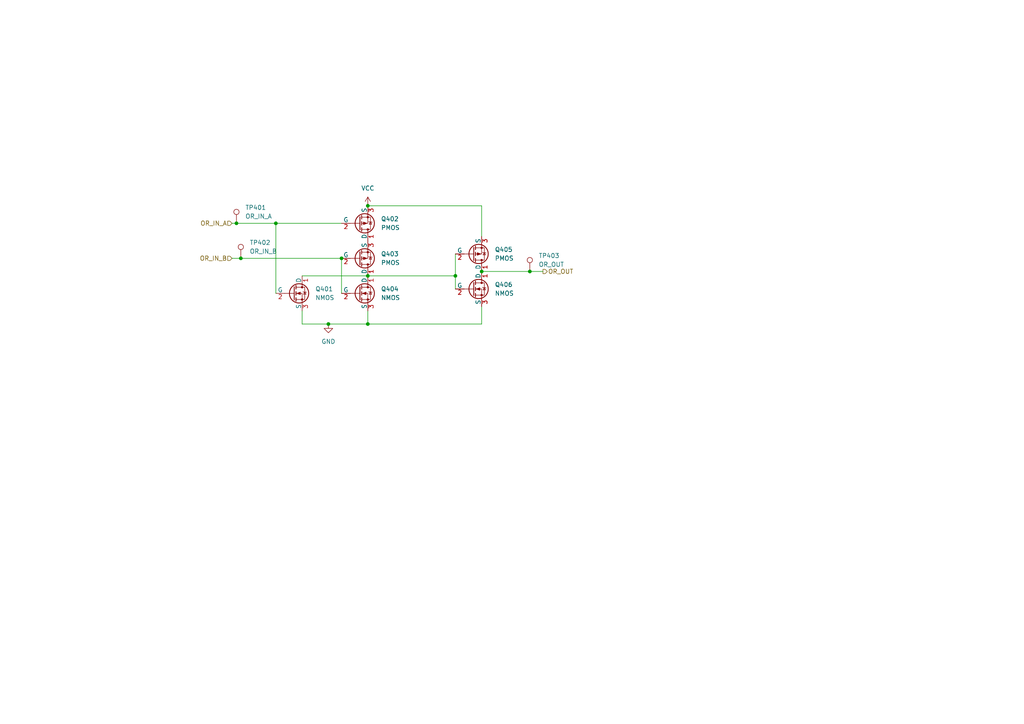
<source format=kicad_sch>
(kicad_sch (version 20250114) (generator "eeschema") (generator_version "9.0")
  (paper "A4")
  (lib_symbols
    (symbol "Connector:TestPoint" (pin_numbers (hide yes)) (pin_names (offset 0.762) (hide yes))
      (property "Reference" "TP" (at 0 6.858 0))
      (property "Value" "TestPoint" (at 0 5.08 0))
      (symbol "TestPoint_0_1"
        (circle (center 0 3.302) (radius 0.762))
      )
      (symbol "TestPoint_1_1"
        (pin passive line (at 0 0 90) (length 2.54) (name "1") (number "1"))
      )
    )
    (symbol "Simulation_SPICE:NMOS" (pin_names (offset 0))
      (property "Reference" "Q" (at 5.08 1.27 0))
      (property "Value" "NMOS" (at 5.08 -1.27 0))
      (symbol "NMOS_0_1"
        (polyline (pts (xy 0.254 1.905) (xy 0.254 -1.905)) (stroke (width 0.254)))
        (polyline (pts (xy 0.254 0) (xy -2.54 0)))
        (polyline (pts (xy 0.762 2.286) (xy 0.762 1.27)) (stroke (width 0.254)))
        (polyline (pts (xy 0.762 0.508) (xy 0.762 -0.508)) (stroke (width 0.254)))
        (polyline (pts (xy 0.762 -1.27) (xy 0.762 -2.286)) (stroke (width 0.254)))
        (polyline (pts (xy 0.762 -1.778) (xy 3.302 -1.778) (xy 3.302 1.778) (xy 0.762 1.778)))
        (polyline (pts (xy 1.016 0) (xy 2.032 0.381) (xy 2.032 -0.381) (xy 1.016 0)) (fill (type outline)))
        (circle (center 1.651 0) (radius 2.794) (stroke (width 0.254)))
        (polyline (pts (xy 2.54 2.54) (xy 2.54 1.778)))
        (circle (center 2.54 1.778) (radius 0.254) (fill (type outline)))
        (circle (center 2.54 -1.778) (radius 0.254) (fill (type outline)))
        (polyline (pts (xy 2.54 -2.54) (xy 2.54 0) (xy 0.762 0)))
        (polyline (pts (xy 2.794 0.508) (xy 2.921 0.381) (xy 3.683 0.381) (xy 3.81 0.254)))
        (polyline (pts (xy 3.302 0.381) (xy 2.921 -0.254) (xy 3.683 -0.254) (xy 3.302 0.381)))
      )
      (symbol "NMOS_1_1"
        (pin input line (at -5.08 0 0) (length 2.54) (name "G") (number "2"))
        (pin passive line (at 2.54 5.08 270) (length 2.54) (name "D") (number "1"))
        (pin passive line (at 2.54 -5.08 90) (length 2.54) (name "S") (number "3"))
      )
    )
    (symbol "Simulation_SPICE:PMOS" (pin_names (offset 0))
      (property "Reference" "Q" (at 5.08 1.27 0))
      (property "Value" "PMOS" (at 5.08 -1.27 0))
      (symbol "PMOS_0_1"
        (polyline (pts (xy 0.254 1.905) (xy 0.254 -1.905)) (stroke (width 0.254)))
        (polyline (pts (xy 0.254 0) (xy -2.54 0)))
        (polyline (pts (xy 0.762 2.286) (xy 0.762 1.27)) (stroke (width 0.254)))
        (polyline (pts (xy 0.762 1.778) (xy 3.302 1.778) (xy 3.302 -1.778) (xy 0.762 -1.778)))
        (polyline (pts (xy 0.762 0.508) (xy 0.762 -0.508)) (stroke (width 0.254)))
        (polyline (pts (xy 0.762 -1.27) (xy 0.762 -2.286)) (stroke (width 0.254)))
        (circle (center 1.651 0) (radius 2.794) (stroke (width 0.254)))
        (polyline (pts (xy 2.286 0) (xy 1.27 0.381) (xy 1.27 -0.381) (xy 2.286 0)) (fill (type outline)))
        (polyline (pts (xy 2.54 2.54) (xy 2.54 1.778)))
        (circle (center 2.54 1.778) (radius 0.254) (fill (type outline)))
        (circle (center 2.54 -1.778) (radius 0.254) (fill (type outline)))
        (polyline (pts (xy 2.54 -2.54) (xy 2.54 0) (xy 0.762 0)))
        (polyline (pts (xy 2.794 -0.508) (xy 2.921 -0.381) (xy 3.683 -0.381) (xy 3.81 -0.254)))
        (polyline (pts (xy 3.302 -0.381) (xy 2.921 0.254) (xy 3.683 0.254) (xy 3.302 -0.381)))
      )
      (symbol "PMOS_1_1"
        (pin input line (at -5.08 0 0) (length 2.54) (name "G") (number "2"))
        (pin passive line (at 2.54 5.08 270) (length 2.54) (name "D") (number "1"))
        (pin passive line (at 2.54 -5.08 90) (length 2.54) (name "S") (number "3"))
      )
    )
    (symbol "power:GND" (power) (pin_numbers (hide yes)) (pin_names (offset 0) (hide yes))
      (property "Value" "GND" (at 0 -3.81 0))
      (symbol "GND_0_1"
        (polyline (pts (xy 0 0) (xy 0 -1.27) (xy 1.27 -1.27) (xy 0 -2.54) (xy -1.27 -1.27) (xy 0 -1.27)))
      )
      (symbol "GND_1_1"
        (pin power_in line (at 0 0 270) (length 0) (name "~") (number "1"))
      )
    )
    (symbol "power:VCC" (power) (pin_numbers (hide yes)) (pin_names (offset 0) (hide yes))
      (property "Value" "VCC" (at 0 3.556 0))
      (symbol "VCC_0_1"
        (polyline (pts (xy -0.762 1.27) (xy 0 2.54)))
        (polyline (pts (xy 0 2.54) (xy 0.762 1.27)))
        (polyline (pts (xy 0 0) (xy 0 2.54)))
      )
      (symbol "VCC_1_1"
        (pin power_in line (at 0 0 90) (length 0) (name "~") (number "1"))
      )
    )
  )
  (junction (at 99.06 74.93))
  (junction (at 80.01 64.77))
  (junction (at 68.58 64.77))
  (junction (at 153.67 78.74))
  (junction (at 69.85 74.93))
  (junction (at 139.7 78.74))
  (junction (at 106.68 80.01))
  (junction (at 106.68 93.98))
  (junction (at 132.08 80.01))
  (junction (at 106.68 59.69))
  (junction (at 95.25 93.98))
  (wire (pts (xy 132.08 73.66) (xy 132.08 80.01)))
  (wire (pts (xy 87.63 90.17) (xy 87.63 93.98)))
  (wire (pts (xy 95.25 93.98) (xy 106.68 93.98)))
  (wire (pts (xy 139.7 68.58) (xy 139.7 59.69)))
  (wire (pts (xy 67.31 64.77) (xy 68.58 64.77)))
  (wire (pts (xy 106.68 93.98) (xy 106.68 90.17)))
  (wire (pts (xy 68.58 64.77) (xy 80.01 64.77)))
  (wire (pts (xy 99.06 74.93) (xy 99.06 85.09)))
  (wire (pts (xy 153.67 78.74) (xy 157.48 78.74)))
  (wire (pts (xy 106.68 80.01) (xy 132.08 80.01)))
  (wire (pts (xy 69.85 74.93) (xy 99.06 74.93)))
  (wire (pts (xy 106.68 93.98) (xy 139.7 93.98)))
  (wire (pts (xy 139.7 88.9) (xy 139.7 93.98)))
  (wire (pts (xy 87.63 93.98) (xy 95.25 93.98)))
  (wire (pts (xy 80.01 64.77) (xy 80.01 85.09)))
  (wire (pts (xy 87.63 80.01) (xy 106.68 80.01)))
  (wire (pts (xy 139.7 78.74) (xy 153.67 78.74)))
  (wire (pts (xy 132.08 80.01) (xy 132.08 83.82)))
  (wire (pts (xy 67.31 74.93) (xy 69.85 74.93)))
  (wire (pts (xy 139.7 59.69) (xy 106.68 59.69)))
  (wire (pts (xy 99.06 64.77) (xy 80.01 64.77)))
  (hierarchical_label "OR_IN_B" (shape input) (at 67.31 74.93 180))
  (hierarchical_label "OR_IN_A" (shape input) (at 67.31 64.77 180))
  (hierarchical_label "OR_OUT" (shape output) (at 157.48 78.74 0))
  (symbol (lib_id "Connector:TestPoint") (at 69.85 74.93 0) (unit 1) (exclude_from_sim yes)
    (property "Reference" "TP402" (at 72.39 70.3579 0) (effects (justify left)))
    (property "Value" "OR_IN_B" (at 72.39 72.8979 0) (effects (justify left)))
    (property "Footprint" "TestPoint:TestPoint_Pad_D2.0mm" (effects (hide yes)))
    (property "Description" "test point" (effects (hide yes)))
    (instances (project "8-bit-or" (path "" (reference "TP402") (unit 1)) (path "" (reference "TP402") (unit 1)) (path "" (reference "TP402") (unit 1)) (path "" (reference "TP402") (unit 1)) (path "" (reference "TP402") (unit 1)) (path "" (reference "TP402") (unit 1)) (path "" (reference "TP402") (unit 1)) (path "" (reference "TP402") (unit 1))) (project "8-bit-full-adder" (path "" (reference "TP?") (unit 1)) (path "" (reference "TP?") (unit 1)) (path "" (reference "TP?") (unit 1)) (path "" (reference "TP?") (unit 1)) (path "" (reference "TP?") (unit 1)) (path "" (reference "TP?") (unit 1)) (path "" (reference "TP?") (unit 1)) (path "" (reference "TP?") (unit 1))) (project "8-bit-or" (path "" (reference "TP402") (unit 1)) (path "" (reference "TP302") (unit 1)) (path "" (reference "TP502") (unit 1)) (path "" (reference "TP602") (unit 1)) (path "" (reference "TP702") (unit 1)) (path "" (reference "TP902") (unit 1)) (path "" (reference "TP802") (unit 1))))
  )
  (symbol (lib_id "power:VCC") (at 106.68 59.69 0) (unit 1)
    (property "Reference" "#PWR0402" (effects (hide yes)))
    (property "Value" "VCC" (at 106.68 54.61 0))
    (property "Description" "Power symbol creates a global label with name \"VCC\"" (effects (hide yes)))
    (instances (project "8-bit-or" (path "" (reference "#PWR0402") (unit 1)) (path "" (reference "#PWR0402") (unit 1)) (path "" (reference "#PWR0402") (unit 1)) (path "" (reference "#PWR0402") (unit 1)) (path "" (reference "#PWR0402") (unit 1)) (path "" (reference "#PWR0402") (unit 1)) (path "" (reference "#PWR0402") (unit 1)) (path "" (reference "#PWR0402") (unit 1))) (project "8-bit-full-adder" (path "" (reference "#PWR?") (unit 1)) (path "" (reference "#PWR?") (unit 1)) (path "" (reference "#PWR?") (unit 1)) (path "" (reference "#PWR?") (unit 1)) (path "" (reference "#PWR?") (unit 1)) (path "" (reference "#PWR?") (unit 1)) (path "" (reference "#PWR?") (unit 1)) (path "" (reference "#PWR?") (unit 1))) (project "8-bit-or" (path "" (reference "#PWR0402") (unit 1)) (path "" (reference "#PWR0302") (unit 1)) (path "" (reference "#PWR0502") (unit 1)) (path "" (reference "#PWR0602") (unit 1)) (path "" (reference "#PWR0702") (unit 1)) (path "" (reference "#PWR0902") (unit 1)) (path "" (reference "#PWR0802") (unit 1))))
  )
  (symbol (lib_id "Simulation_SPICE:PMOS") (at 104.14 74.93 0) (mirror x) (unit 1)
    (property "Reference" "Q403" (at 110.49 73.6599 0) (effects (justify left)))
    (property "Value" "PMOS" (at 110.49 76.1999 0) (effects (justify left)))
    (property "Footprint" "Package_TO_SOT_THT:TO-92_Inline_Wide" (effects (hide yes)))
    (property "Datasheet" "https://ngspice.sourceforge.io/docs/ngspice-html-manual/manual.xhtml#cha_MOSFETs" (effects (hide yes)))
    (property "Description" "P-MOSFET transistor, drain/source/gate" (effects (hide yes)))
    (property "Sim.Device" "PMOS" (effects (hide yes)))
    (property "Sim.Type" "MOS1" (effects (hide yes)))
    (property "Sim.Pins" "1=D 2=G 3=S" (effects (hide yes)))
    (instances (project "8-bit-or" (path "" (reference "Q403") (unit 1)) (path "" (reference "Q403") (unit 1)) (path "" (reference "Q403") (unit 1)) (path "" (reference "Q403") (unit 1)) (path "" (reference "Q403") (unit 1)) (path "" (reference "Q403") (unit 1)) (path "" (reference "Q403") (unit 1)) (path "" (reference "Q403") (unit 1))) (project "8-bit-full-adder" (path "" (reference "Q?") (unit 1)) (path "" (reference "Q?") (unit 1)) (path "" (reference "Q?") (unit 1)) (path "" (reference "Q?") (unit 1)) (path "" (reference "Q?") (unit 1)) (path "" (reference "Q?") (unit 1)) (path "" (reference "Q?") (unit 1)) (path "" (reference "Q?") (unit 1))) (project "8-bit-or" (path "" (reference "Q403") (unit 1)) (path "" (reference "Q303") (unit 1)) (path "" (reference "Q503") (unit 1)) (path "" (reference "Q603") (unit 1)) (path "" (reference "Q703") (unit 1)) (path "" (reference "Q903") (unit 1)) (path "" (reference "Q803") (unit 1))))
  )
  (symbol (lib_id "power:GND") (at 95.25 93.98 0) (unit 1)
    (property "Reference" "#PWR0401" (effects (hide yes)))
    (property "Value" "GND" (at 95.25 99.06 0))
    (property "Description" "Power symbol creates a global label with name \"GND\" , ground" (effects (hide yes)))
    (instances (project "8-bit-or" (path "" (reference "#PWR0401") (unit 1)) (path "" (reference "#PWR0401") (unit 1)) (path "" (reference "#PWR0401") (unit 1)) (path "" (reference "#PWR0401") (unit 1)) (path "" (reference "#PWR0401") (unit 1)) (path "" (reference "#PWR0401") (unit 1)) (path "" (reference "#PWR0401") (unit 1)) (path "" (reference "#PWR0401") (unit 1))) (project "8-bit-full-adder" (path "" (reference "#PWR?") (unit 1)) (path "" (reference "#PWR?") (unit 1)) (path "" (reference "#PWR?") (unit 1)) (path "" (reference "#PWR?") (unit 1)) (path "" (reference "#PWR?") (unit 1)) (path "" (reference "#PWR?") (unit 1)) (path "" (reference "#PWR?") (unit 1)) (path "" (reference "#PWR?") (unit 1))) (project "8-bit-or" (path "" (reference "#PWR0401") (unit 1)) (path "" (reference "#PWR0301") (unit 1)) (path "" (reference "#PWR0501") (unit 1)) (path "" (reference "#PWR0601") (unit 1)) (path "" (reference "#PWR0701") (unit 1)) (path "" (reference "#PWR0901") (unit 1)) (path "" (reference "#PWR0801") (unit 1))))
  )
  (symbol (lib_id "Simulation_SPICE:PMOS") (at 137.16 73.66 0) (mirror x) (unit 1)
    (property "Reference" "Q405" (at 143.51 72.3899 0) (effects (justify left)))
    (property "Value" "PMOS" (at 143.51 74.9299 0) (effects (justify left)))
    (property "Footprint" "Package_TO_SOT_THT:TO-92_Inline_Wide" (effects (hide yes)))
    (property "Datasheet" "https://ngspice.sourceforge.io/docs/ngspice-html-manual/manual.xhtml#cha_MOSFETs" (effects (hide yes)))
    (property "Description" "P-MOSFET transistor, drain/source/gate" (effects (hide yes)))
    (property "Sim.Device" "PMOS" (effects (hide yes)))
    (property "Sim.Type" "MOS1" (effects (hide yes)))
    (property "Sim.Pins" "1=D 2=G 3=S" (effects (hide yes)))
    (instances (project "8-bit-or" (path "" (reference "Q405") (unit 1)) (path "" (reference "Q405") (unit 1)) (path "" (reference "Q405") (unit 1)) (path "" (reference "Q405") (unit 1)) (path "" (reference "Q405") (unit 1)) (path "" (reference "Q405") (unit 1)) (path "" (reference "Q405") (unit 1)) (path "" (reference "Q405") (unit 1))) (project "8-bit-full-adder" (path "" (reference "Q?") (unit 1)) (path "" (reference "Q?") (unit 1)) (path "" (reference "Q?") (unit 1)) (path "" (reference "Q?") (unit 1)) (path "" (reference "Q?") (unit 1)) (path "" (reference "Q?") (unit 1)) (path "" (reference "Q?") (unit 1)) (path "" (reference "Q?") (unit 1))) (project "8-bit-or" (path "" (reference "Q405") (unit 1)) (path "" (reference "Q305") (unit 1)) (path "" (reference "Q505") (unit 1)) (path "" (reference "Q605") (unit 1)) (path "" (reference "Q705") (unit 1)) (path "" (reference "Q905") (unit 1)) (path "" (reference "Q805") (unit 1))))
  )
  (symbol (lib_id "Simulation_SPICE:PMOS") (at 104.14 64.77 0) (mirror x) (unit 1)
    (property "Reference" "Q402" (at 110.49 63.4999 0) (effects (justify left)))
    (property "Value" "PMOS" (at 110.49 66.0399 0) (effects (justify left)))
    (property "Footprint" "Package_TO_SOT_THT:TO-92_Inline_Wide" (effects (hide yes)))
    (property "Datasheet" "https://ngspice.sourceforge.io/docs/ngspice-html-manual/manual.xhtml#cha_MOSFETs" (effects (hide yes)))
    (property "Description" "P-MOSFET transistor, drain/source/gate" (effects (hide yes)))
    (property "Sim.Device" "PMOS" (effects (hide yes)))
    (property "Sim.Type" "MOS1" (effects (hide yes)))
    (property "Sim.Pins" "1=D 2=G 3=S" (effects (hide yes)))
    (instances (project "8-bit-or" (path "" (reference "Q402") (unit 1)) (path "" (reference "Q402") (unit 1)) (path "" (reference "Q402") (unit 1)) (path "" (reference "Q402") (unit 1)) (path "" (reference "Q402") (unit 1)) (path "" (reference "Q402") (unit 1)) (path "" (reference "Q402") (unit 1)) (path "" (reference "Q402") (unit 1))) (project "8-bit-full-adder" (path "" (reference "Q?") (unit 1)) (path "" (reference "Q?") (unit 1)) (path "" (reference "Q?") (unit 1)) (path "" (reference "Q?") (unit 1)) (path "" (reference "Q?") (unit 1)) (path "" (reference "Q?") (unit 1)) (path "" (reference "Q?") (unit 1)) (path "" (reference "Q?") (unit 1))) (project "8-bit-or" (path "" (reference "Q402") (unit 1)) (path "" (reference "Q302") (unit 1)) (path "" (reference "Q502") (unit 1)) (path "" (reference "Q602") (unit 1)) (path "" (reference "Q702") (unit 1)) (path "" (reference "Q902") (unit 1)) (path "" (reference "Q802") (unit 1))))
  )
  (symbol (lib_id "Simulation_SPICE:NMOS") (at 85.09 85.09 0) (unit 1)
    (property "Reference" "Q401" (at 91.44 83.8199 0) (effects (justify left)))
    (property "Value" "NMOS" (at 91.44 86.3599 0) (effects (justify left)))
    (property "Footprint" "Package_TO_SOT_THT:TO-92_Inline_Wide" (effects (hide yes)))
    (property "Datasheet" "https://ngspice.sourceforge.io/docs/ngspice-html-manual/manual.xhtml#cha_MOSFETs" (effects (hide yes)))
    (property "Description" "N-MOSFET transistor, drain/source/gate" (effects (hide yes)))
    (property "Sim.Device" "NMOS" (effects (hide yes)))
    (property "Sim.Type" "MOS1" (effects (hide yes)))
    (property "Sim.Pins" "1=D 2=G 3=S" (effects (hide yes)))
    (instances (project "8-bit-or" (path "" (reference "Q401") (unit 1)) (path "" (reference "Q401") (unit 1)) (path "" (reference "Q401") (unit 1)) (path "" (reference "Q401") (unit 1)) (path "" (reference "Q401") (unit 1)) (path "" (reference "Q401") (unit 1)) (path "" (reference "Q401") (unit 1)) (path "" (reference "Q401") (unit 1))) (project "8-bit-full-adder" (path "" (reference "Q?") (unit 1)) (path "" (reference "Q?") (unit 1)) (path "" (reference "Q?") (unit 1)) (path "" (reference "Q?") (unit 1)) (path "" (reference "Q?") (unit 1)) (path "" (reference "Q?") (unit 1)) (path "" (reference "Q?") (unit 1)) (path "" (reference "Q?") (unit 1))) (project "8-bit-or" (path "" (reference "Q401") (unit 1)) (path "" (reference "Q301") (unit 1)) (path "" (reference "Q501") (unit 1)) (path "" (reference "Q601") (unit 1)) (path "" (reference "Q701") (unit 1)) (path "" (reference "Q901") (unit 1)) (path "" (reference "Q801") (unit 1))))
  )
  (symbol (lib_id "Connector:TestPoint") (at 68.58 64.77 0) (unit 1) (exclude_from_sim yes)
    (property "Reference" "TP401" (at 71.12 60.1979 0) (effects (justify left)))
    (property "Value" "OR_IN_A" (at 71.12 62.7379 0) (effects (justify left)))
    (property "Footprint" "TestPoint:TestPoint_Pad_D2.0mm" (effects (hide yes)))
    (property "Description" "test point" (effects (hide yes)))
    (instances (project "8-bit-or" (path "" (reference "TP401") (unit 1)) (path "" (reference "TP401") (unit 1)) (path "" (reference "TP401") (unit 1)) (path "" (reference "TP401") (unit 1)) (path "" (reference "TP401") (unit 1)) (path "" (reference "TP401") (unit 1)) (path "" (reference "TP401") (unit 1)) (path "" (reference "TP401") (unit 1))) (project "8-bit-full-adder" (path "" (reference "TP?") (unit 1)) (path "" (reference "TP?") (unit 1)) (path "" (reference "TP?") (unit 1)) (path "" (reference "TP?") (unit 1)) (path "" (reference "TP?") (unit 1)) (path "" (reference "TP?") (unit 1)) (path "" (reference "TP?") (unit 1)) (path "" (reference "TP?") (unit 1))) (project "8-bit-or" (path "" (reference "TP401") (unit 1)) (path "" (reference "TP301") (unit 1)) (path "" (reference "TP501") (unit 1)) (path "" (reference "TP601") (unit 1)) (path "" (reference "TP701") (unit 1)) (path "" (reference "TP901") (unit 1)) (path "" (reference "TP801") (unit 1))))
  )
  (symbol (lib_id "Simulation_SPICE:NMOS") (at 137.16 83.82 0) (unit 1)
    (property "Reference" "Q406" (at 143.51 82.5499 0) (effects (justify left)))
    (property "Value" "NMOS" (at 143.51 85.0899 0) (effects (justify left)))
    (property "Footprint" "Package_TO_SOT_THT:TO-92_Inline_Wide" (effects (hide yes)))
    (property "Datasheet" "https://ngspice.sourceforge.io/docs/ngspice-html-manual/manual.xhtml#cha_MOSFETs" (effects (hide yes)))
    (property "Description" "N-MOSFET transistor, drain/source/gate" (effects (hide yes)))
    (property "Sim.Device" "NMOS" (effects (hide yes)))
    (property "Sim.Type" "MOS1" (effects (hide yes)))
    (property "Sim.Pins" "1=D 2=G 3=S" (effects (hide yes)))
    (instances (project "8-bit-or" (path "" (reference "Q406") (unit 1)) (path "" (reference "Q406") (unit 1)) (path "" (reference "Q406") (unit 1)) (path "" (reference "Q406") (unit 1)) (path "" (reference "Q406") (unit 1)) (path "" (reference "Q406") (unit 1)) (path "" (reference "Q406") (unit 1)) (path "" (reference "Q406") (unit 1))) (project "8-bit-full-adder" (path "" (reference "Q?") (unit 1)) (path "" (reference "Q?") (unit 1)) (path "" (reference "Q?") (unit 1)) (path "" (reference "Q?") (unit 1)) (path "" (reference "Q?") (unit 1)) (path "" (reference "Q?") (unit 1)) (path "" (reference "Q?") (unit 1)) (path "" (reference "Q?") (unit 1))) (project "8-bit-or" (path "" (reference "Q406") (unit 1)) (path "" (reference "Q306") (unit 1)) (path "" (reference "Q506") (unit 1)) (path "" (reference "Q606") (unit 1)) (path "" (reference "Q706") (unit 1)) (path "" (reference "Q906") (unit 1)) (path "" (reference "Q806") (unit 1))))
  )
  (symbol (lib_id "Simulation_SPICE:NMOS") (at 104.14 85.09 0) (unit 1)
    (property "Reference" "Q404" (at 110.49 83.8199 0) (effects (justify left)))
    (property "Value" "NMOS" (at 110.49 86.3599 0) (effects (justify left)))
    (property "Footprint" "Package_TO_SOT_THT:TO-92_Inline_Wide" (effects (hide yes)))
    (property "Datasheet" "https://ngspice.sourceforge.io/docs/ngspice-html-manual/manual.xhtml#cha_MOSFETs" (effects (hide yes)))
    (property "Description" "N-MOSFET transistor, drain/source/gate" (effects (hide yes)))
    (property "Sim.Device" "NMOS" (effects (hide yes)))
    (property "Sim.Type" "MOS1" (effects (hide yes)))
    (property "Sim.Pins" "1=D 2=G 3=S" (effects (hide yes)))
    (instances (project "8-bit-or" (path "" (reference "Q404") (unit 1)) (path "" (reference "Q404") (unit 1)) (path "" (reference "Q404") (unit 1)) (path "" (reference "Q404") (unit 1)) (path "" (reference "Q404") (unit 1)) (path "" (reference "Q404") (unit 1)) (path "" (reference "Q404") (unit 1)) (path "" (reference "Q404") (unit 1))) (project "8-bit-full-adder" (path "" (reference "Q?") (unit 1)) (path "" (reference "Q?") (unit 1)) (path "" (reference "Q?") (unit 1)) (path "" (reference "Q?") (unit 1)) (path "" (reference "Q?") (unit 1)) (path "" (reference "Q?") (unit 1)) (path "" (reference "Q?") (unit 1)) (path "" (reference "Q?") (unit 1))) (project "8-bit-or" (path "" (reference "Q404") (unit 1)) (path "" (reference "Q304") (unit 1)) (path "" (reference "Q504") (unit 1)) (path "" (reference "Q604") (unit 1)) (path "" (reference "Q704") (unit 1)) (path "" (reference "Q904") (unit 1)) (path "" (reference "Q804") (unit 1))))
  )
  (symbol (lib_id "Connector:TestPoint") (at 153.67 78.74 0) (unit 1) (exclude_from_sim yes)
    (property "Reference" "TP403" (at 156.21 74.1679 0) (effects (justify left)))
    (property "Value" "OR_OUT" (at 156.21 76.7079 0) (effects (justify left)))
    (property "Footprint" "TestPoint:TestPoint_Pad_D2.0mm" (effects (hide yes)))
    (property "Description" "test point" (effects (hide yes)))
    (instances (project "8-bit-or" (path "" (reference "TP403") (unit 1)) (path "" (reference "TP403") (unit 1)) (path "" (reference "TP403") (unit 1)) (path "" (reference "TP403") (unit 1)) (path "" (reference "TP403") (unit 1)) (path "" (reference "TP403") (unit 1)) (path "" (reference "TP403") (unit 1)) (path "" (reference "TP403") (unit 1))) (project "8-bit-full-adder" (path "" (reference "TP?") (unit 1)) (path "" (reference "TP?") (unit 1)) (path "" (reference "TP?") (unit 1)) (path "" (reference "TP?") (unit 1)) (path "" (reference "TP?") (unit 1)) (path "" (reference "TP?") (unit 1)) (path "" (reference "TP?") (unit 1)) (path "" (reference "TP?") (unit 1))) (project "8-bit-or" (path "" (reference "TP403") (unit 1)) (path "" (reference "TP303") (unit 1)) (path "" (reference "TP503") (unit 1)) (path "" (reference "TP603") (unit 1)) (path "" (reference "TP703") (unit 1)) (path "" (reference "TP903") (unit 1)) (path "" (reference "TP803") (unit 1))))
  )
)
</source>
